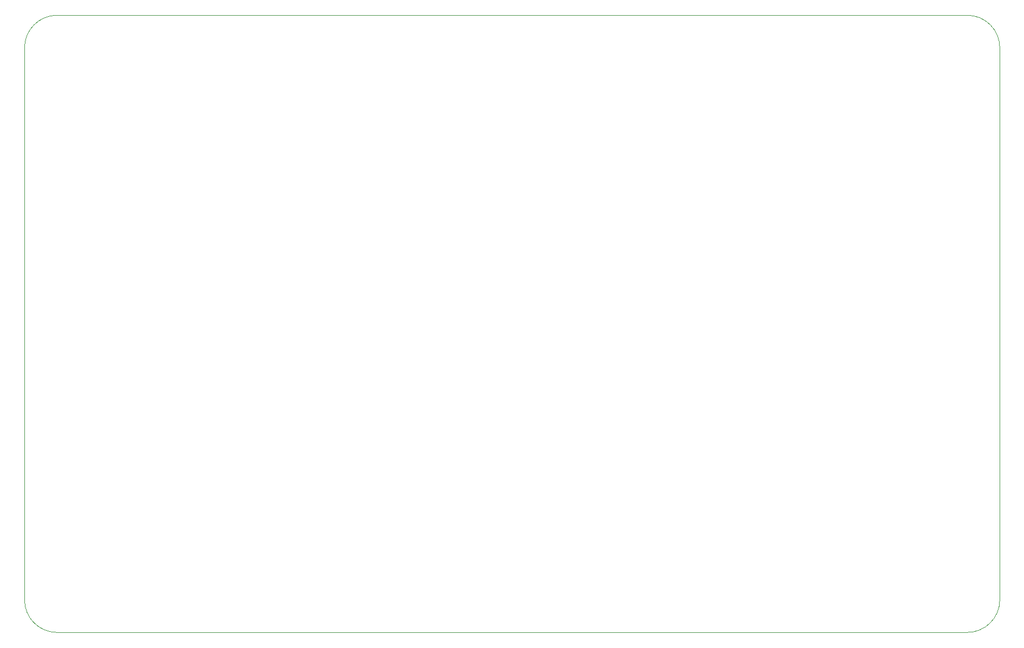
<source format=gbr>
%TF.GenerationSoftware,KiCad,Pcbnew,(5.1.10)-1*%
%TF.CreationDate,2021-11-12T11:53:13+05:30*%
%TF.ProjectId,DIscrete Linear Supply Rev4,44497363-7265-4746-9520-4c696e656172,rev?*%
%TF.SameCoordinates,Original*%
%TF.FileFunction,Profile,NP*%
%FSLAX46Y46*%
G04 Gerber Fmt 4.6, Leading zero omitted, Abs format (unit mm)*
G04 Created by KiCad (PCBNEW (5.1.10)-1) date 2021-11-12 11:53:13*
%MOMM*%
%LPD*%
G01*
G04 APERTURE LIST*
%TA.AperFunction,Profile*%
%ADD10C,0.050000*%
%TD*%
G04 APERTURE END LIST*
D10*
X273050000Y-198120000D02*
X274320000Y-198120000D01*
X132080000Y-198120000D02*
X273050000Y-198120000D01*
X127000000Y-106680000D02*
X127000000Y-193040000D01*
X274320000Y-101600000D02*
X132080000Y-101600000D01*
X279400000Y-193040000D02*
X279400000Y-106680000D01*
X279400000Y-193040000D02*
G75*
G02*
X274320000Y-198120000I-5080000J0D01*
G01*
X132080000Y-198120000D02*
G75*
G02*
X127000000Y-193040000I0J5080000D01*
G01*
X127000000Y-106680000D02*
G75*
G02*
X132080000Y-101600000I5080000J0D01*
G01*
X274320000Y-101600000D02*
G75*
G02*
X279400000Y-106680000I0J-5080000D01*
G01*
M02*

</source>
